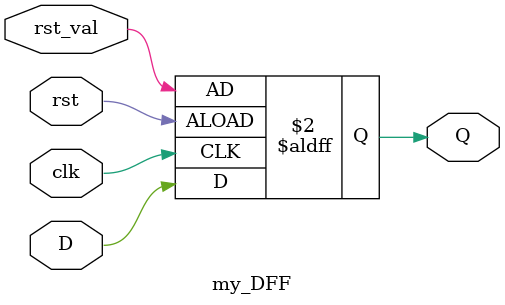
<source format=v>
module my_DFF (
    input wire clk, // Clock input
    input wire rst, // Asynchronous reset input, active high
    input wire rst_val, // Asynchronous reset value
    input wire D, // Data input D
    output reg Q       // Output Q
);

    // Describe the behavior of the DFF with always block.
   // on all posedges of clock or reset, we run this always block
    always @(posedge clk or posedge rst) begin
        if (rst) begin
            Q <= rst_val; // Reset Q to 0 when rst is high
        end
        else begin
            Q <= D; // On rising edge of clk, load D into Q
        end
    end

endmodule

</source>
